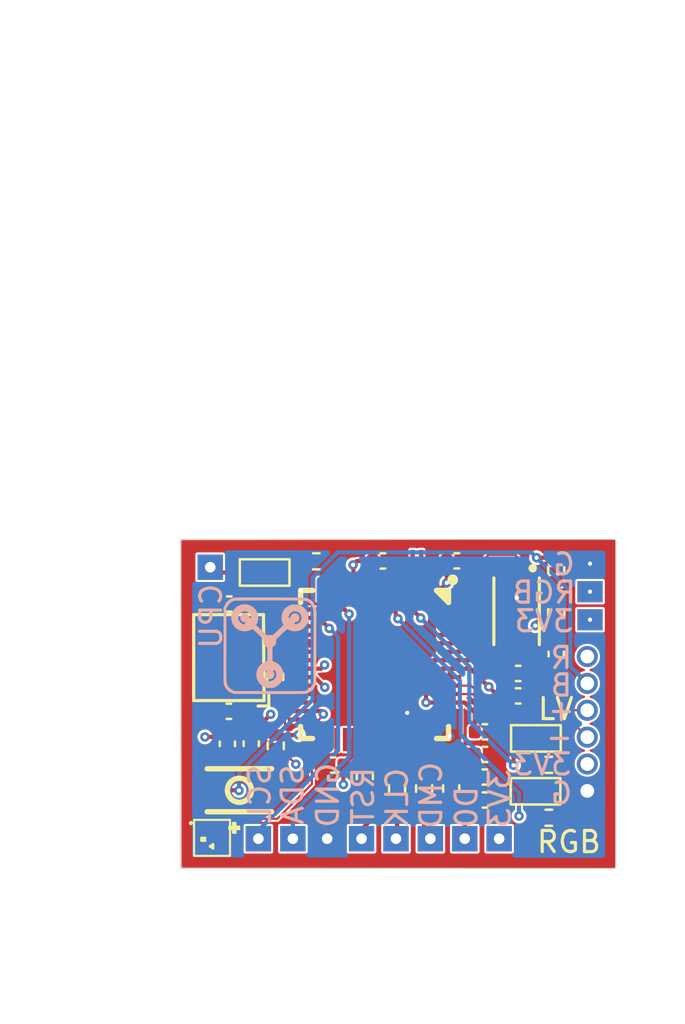
<source format=kicad_pcb>
(kicad_pcb (version 20221018) (generator pcbnew)
  (layers (0 "F.Cu" signal) (1 "In1.Cu" signal "GND.Cu") (2 "In2.Cu" signal "VCC.Cu") (31 "B.Cu" signal) (34 "B.Paste" user) (35 "F.Paste" user) (36 "B.SilkS" user "B.Silkscreen") (37 "F.SilkS" user "F.Silkscreen") (38 "B.Mask" user) (39 "F.Mask" user) (44 "Edge.Cuts" user))
  (net 0 "")
  (net 1 "GND")
  (net 2 "+3V3")
  (net 3 "BOOT")
  (net 4 "RST")
  (net 5 "+1V1")
  (net 6 "D-")
  (net 7 "D+")
  (net 8 "XIN")
  (net 9 "Net-(X1-OSC1)")
  (net 10 "XOUT")
  (net 11 "QSPI_CS")
  (net 12 "SW_CPU_LOWV")
  (net 13 "Net-(JP2-B)")
  (net 20 "LED_DATA")
  (net 23 "QSPI_SD3")
  (net 24 "QSPI_SCK")
  (net 25 "QSPI_SD0")
  (net 26 "QSPI_SD2")
  (net 27 "QSPI_SD1")
  (net 28 "NS_RST")
  (net 29 "NS_CLK")
  (net 30 "NS_CMD")
  (net 31 "NS_D0")
  (net 32 "DBG_CLK")
  (net 33 "DBG_DAT")
  (net 34 "BOARD_DET")
  (net 35 "Net-(U1-GPIO27_ADC1)")
  (net 36 "Net-(U1-GPIO28_ADC2)")
  (net 37 "Net-(U1-GPIO29_ADC3)")
  (net 38 "NS_CPU")
  (net 39 "NS_SDA")
  (net 40 "NS_SCL")
  (net 49 "Net-(JP1-B)")
  (net 52 "SW_I2C_LEDS")
  (net 53 "Net-(JP3-B)")
  (net 54 "FLY_IO0")
  (net 55 "FLY_IO1")
  (footprint "kicad_lceda:SolderJumper-2_P1.3mm_Open_TrianglePad1.0x1.5mm_Sm" (layer "F.Cu") (at 89.795 58.81)
    (fp_text reference "JP2" hide)
    (fp_text value "Jumper_2_Open")
  )
  (footprint "kicad_lceda:TH_Pads_1x1_P1.20mml" (layer "F.Cu") (at 76.7875 63.55)
    (fp_text reference "J7" hide)
    (fp_text value "Conn_01x01")
  )
  (footprint "Capacitor_SMD:C_0402_1005Metric" (layer "F.Cu") (at 75.41 52.46)
    (fp_text reference "C3" hide)
    (fp_text value "27pF,50V,C0G ")
  )
  (footprint "Resistor_SMD:R_0402_1005Metric" (layer "F.Cu") (at 83.35 61.18 -90)
    (fp_text reference "R9" hide)
    (fp_text value "47")
  )
  (footprint "kicad_lceda:LQFN-56_L7.0-W7.0-P0.4-EP" (layer "F.Cu") (at 82.285 55.315 -90)
    (fp_text reference "U1" hide)
    (fp_text value "RP2040")
  )
  (footprint "kicad_lceda:USON-8_L3.0-W2.0-P0.50-BL-EP" (layer "F.Cu") (at 89.005 52.8025 180)
    (fp_text reference "U2" hide)
    (fp_text value "W25Q16JVUXIQ")
  )
  (footprint "kicad_lceda:ProgPins_1x06_P1.27mm" (layer "F.Cu") (at 92.35 54.94)
    (fp_text reference "J8" hide)
    (fp_text value "Conn_01x06")
  )
  (footprint "kicad_lceda:TH_Pads_1x1_P1.20mml" (layer "F.Cu") (at 74.51 50.72 90)
    (fp_text reference "J1" hide)
    (fp_text value "Conn_01x01")
  )
  (footprint "Capacitor_SMD:C_0402_1005Metric" (layer "F.Cu") (at 82.68 50.425)
    (fp_text reference "C12" hide)
    (fp_text value "100nF,16V,X7R ")
  )
  (footprint "Capacitor_SMD:C_0402_1005Metric" (layer "F.Cu") (at 87.505 58.5)
    (fp_text reference "C5" hide)
    (fp_text value "1uF,25V,X5R ")
  )
  (footprint "Resistor_SMD:R_0402_1005Metric" (layer "F.Cu") (at 77.61 59.16 90)
    (fp_text reference "R2" hide)
    (fp_text value "10k")
  )
  (footprint "Resistor_SMD:R_0402_1005Metric" (layer "F.Cu") (at 90.53 62.56 180)
    (fp_text reference "R7" hide)
    (fp_text value "10k")
  )
  (footprint "kicad_lceda:TH_Pads_1x1_P1.20mml" (layer "F.Cu") (at 84.925 63.55 90)
    (fp_text reference "J4" hide)
    (fp_text value "Conn_01x01")
  )
  (footprint "Resistor_SMD:R_0402_1005Metric" (layer "F.Cu") (at 79.53 50.44)
    (fp_text reference "R12" hide)
    (fp_text value "10k")
  )
  (footprint "Capacitor_SMD:C_0402_1005Metric" (layer "F.Cu") (at 80.33 60.07 180)
    (fp_text reference "C7" hide)
    (fp_text value "100nF,16V,X7R ")
  )
  (footprint "Capacitor_SMD:C_0402_1005Metric" (layer "F.Cu") (at 90.88 54.82 -90)
    (fp_text reference "C14" hide)
    (fp_text value "100nF,16V,X7R ")
  )
  (footprint "Capacitor_SMD:C_0402_1005Metric" (layer "F.Cu") (at 89.08 55.74)
    (fp_text reference "C2" hide)
    (fp_text value "100nF,16V,X7R ")
  )
  (footprint "kicad_lceda:TH_Pads_1x1_P1.20mml" (layer "F.Cu") (at 81.67 63.55 90)
    (fp_text reference "J2" hide)
    (fp_text value "Conn_01x01")
  )
  (footprint "kicad_lceda:Pad_0.2x1mm" (layer "F.Cu") (at 84.49 50.4)
    (fp_text reference "J14" hide)
    (fp_text value "Conn_01x01")
  )
  (footprint "kicad_lceda:TH_Pads_1x1_P1.20mml" (layer "F.Cu") (at 78.42 63.55 -90)
    (fp_text reference "J6" hide)
    (fp_text value "Conn_01x01")
  )
  (footprint "kicad_lceda:TH_Pads_1x1_P1.20mml" (layer "F.Cu") (at 86.5525 63.55)
    (fp_text reference "J5" hide)
    (fp_text value "Conn_01x01")
  )
  (footprint "Capacitor_SMD:C_0402_1005Metric" (layer "F.Cu") (at 76.45 59.06 -90)
    (fp_text reference "C4" hide)
    (fp_text value "100nF,16V,X7R ")
  )
  (footprint "Resistor_SMD:R_0402_1005Metric" (layer "F.Cu") (at 81.825 60.58 -90)
    (fp_text reference "R3" hide)
    (fp_text value "10k")
  )
  (footprint "Resistor_SMD:R_0402_1005Metric" (layer "F.Cu") (at 85.91 61.18 -90)
    (fp_text reference "R11" hide)
    (fp_text value "47")
  )
  (footprint "kicad_lceda:SolderJumper-2_P1.3mm_Open_TrianglePad1.0x1.5mm_Sm" (layer "F.Cu") (at 89.775 61.31)
    (fp_text reference "JP3" hide)
    (fp_text value "Jumper_2_Open")
  )
  (footprint "Capacitor_SMD:C_0402_1005Metric" (layer "F.Cu") (at 86.18 50.42)
    (fp_text reference "C11" hide)
    (fp_text value "100nF,16V,X7R ")
  )
  (footprint "Capacitor_SMD:C_0402_1005Metric" (layer "F.Cu") (at 87.51 61.72)
    (fp_text reference "C8" hide)
    (fp_text value "100nF,16V,X7R ")
  )
  (footprint "kicad_lceda:TH_Pads_1.2x1_P1.20mml" (layer "F.Cu") (at 92.48 51.875 180)
    (fp_text reference "J13" hide)
    (fp_text value "Conn_01x01")
  )
  (footprint "kicad_lceda:TH_Pads_1x1_P1.20mml" (layer "F.Cu") (at 80.0425 63.55)
    (fp_text reference "J9" hide)
    (fp_text value "Conn_01x01")
  )
  (footprint "kicad_lceda:TH_Pads_1x1_P1.20mml" (layer "F.Cu") (at 83.2975 63.55 90)
    (fp_text reference "J3" hide)
    (fp_text value "Conn_01x01")
  )
  (footprint "kicad_lceda:TH_Pads_1x1_P1.20mml" (layer "F.Cu") (at 88.18 63.55)
    (fp_text reference "J10" hide)
    (fp_text value "Conn_01x01")
  )
  (footprint "kicad_lceda:KEY-SMD_L3.0-W2.0-LS3.5" (layer "F.Cu") (at 75.89 61.26)
    (fp_text reference "SW1" hide)
    (fp_text value "EVPAWED40")
  )
  (footprint "Capacitor_SMD:C_0402_1005Metric" (layer "F.Cu") (at 87.505 60.635)
    (fp_text reference "C9" hide)
    (fp_text value "100nF,16V,X7R ")
  )
  (footprint "Resistor_SMD:R_0402_1005Metric" (layer "F.Cu") (at 77.58 55.9 90)
    (fp_text reference "R1" hide)
    (fp_text value "1k")
  )
  (footprint "kicad_lceda:Pad_0.2x1mm" (layer "F.Cu") (at 84.085 50.4)
    (fp_text reference "J15" hide)
    (fp_text value "Conn_01x01")
  )
  (footprint "kicad_lceda:OSC-SMD_4P-L3.2-W2.5-BL" (layer "F.Cu") (at 75.377 54.993 90)
    (fp_text reference "X1" hide)
    (fp_text value "SMD-3225_4P_12.000MHZ_9PF")
  )
  (footprint "Capacitor_SMD:C_0402_1005Metric" (layer "F.Cu") (at 75.32 59.065 -90)
    (fp_text reference "C13" hide)
    (fp_text value "100nF,16V,X7R ")
  )
  (footprint "Resistor_SMD:R_0402_1005Metric" (layer "F.Cu") (at 90.88 50.87 -90)
    (fp_text reference "R5" hide)
    (fp_text value "1k")
  )
  (footprint "kicad_lceda:TH_Pads_1.2x1_P1.20mml" (layer "F.Cu") (at 92.48 50.55 180)
    (fp_text reference "J12" hide)
    (fp_text value "Conn_01x01")
  )
  (footprint "Capacitor_SMD:C_0402_1005Metric" (layer "F.Cu") (at 89.08 56.8)
    (fp_text reference "C10" hide)
    (fp_text value "100nF,16V,X7R ")
  )
  (footprint "kicad_lceda:TH_Pads_1.2x1_P1.20mml" (layer "F.Cu") (at 92.48 53.2 180)
    (fp_text reference "J11" hide)
    (fp_text value "Conn_01x01")
  )
  (footprint "Resistor_SMD:R_0402_1005Metric" (layer "F.Cu") (at 90.53 60.06 180)
    (fp_text reference "R4" hide)
    (fp_text value "10k")
  )
  (footprint "Capacitor_SMD:C_0402_1005Metric" (layer "F.Cu") (at 87.505 59.5675 180)
    (fp_text reference "C6" hide)
    (fp_text value "1uF,25V,X5R ")
  )
  (footprint "Resistor_SMD:R_0402_1005Metric" (layer "F.Cu") (at 84.63 61.18 -90)
    (fp_text reference "R10" hide)
    (fp_text value "47")
  )
  (footprint "kicad_lceda:LED-SMD_4P-L1.0-W1.0-TL_XL-1010RGBC-WS2812B" (layer "F.Cu") (at 74.595 63.51)
    (fp_text reference "U5" hide)
    (fp_text value "XL-1010RGBC-WS2812B")
  )
  (footprint "Resistor_SMD:R_0402_1005Metric" (layer "F.Cu") (at 90.88 52.855 90)
    (fp_text reference "R6" hide)
    (fp_text value "10k")
  )
  (footprint "kicad_lceda:SolderJumper-2_P1.3mm_Open_TrianglePad1.0x1.5mm_Sm" (layer "F.Cu") (at 76.96 50.97)
    (fp_text reference "JP1" hide)
    (fp_text value "Jumper_2_Open")
  )
  (footprint "Capacitor_SMD:C_0402_1005Metric" (layer "F.Cu") (at 75.39 57.53)
    (fp_text reference "C1" hide)
    (fp_text value "27pF,50V,C0G ")
  )
  (gr_poly locked (pts (xy 77.385269 52.155369) (xy 78.234195 52.158347) (xy 78.52337 52.160456) (xy 78.738172 52.163309) (xy 78.821392 52.165093) (xy 78.890467 52.167155) (xy 78.946882 52.169528) (xy 78.992119 52.172241) (xy 79.027662 52.175326) (xy 79.054993 52.178815) (xy 79.075595 52.182737) (xy 79.090953 52.187125) (xy 79.127834 52.200544) (xy 79.163668 52.216263) (xy 79.198361 52.234184) (xy 79.231815 52.254208) (xy 79.263937 52.276237) (xy 79.294629 52.300173) (xy 79.323797 52.325918) (xy 79.351345 52.353373) (xy 79.377178 52.38244) (xy 79.401199 52.413022) (xy 79.423313 52.445019) (xy 79.443424 52.478335) (xy 79.461438 52.512869) (xy 79.477258 52.548525) (xy 79.490789 52.585205) (xy 79.501935 52.622809) (xy 79.51081 52.666079) (xy 79.517701 52.732168) (xy 79.526192 52.994983) (xy 79.52873 53.53561) (xy 79.526637 54.478406) (xy 79.52134 56.224656) (xy 79.471963 56.33049) (xy 79.455742 56.362938) (xy 79.438184 56.394121) (xy 79.419319 56.424012) (xy 79.399176 56.452586) (xy 79.377781 56.479817) (xy 79.355165 56.505678) (xy 79.331355 56.530144) (xy 79.306379 56.553189) (xy 79.280267 56.574787) (xy 79.253046 56.594912) (xy 79.224745 56.613539) (xy 79.195392 56.630641) (xy 79.165017 56.646192) (xy 79.133646 56.660167) (xy 79.101309 56.67254) (xy 79.068034 56.683284) (xy 79.028457 56.691504) (xy 78.964075 56.697779) (xy 78.705996 56.705327) (xy 78.183996 56.707583) (xy 77.288272 56.706203) (xy 75.605506 56.700906) (xy 75.50497 56.651529) (xy 75.480593 56.638915) (xy 75.456467 56.624947) (xy 75.432676 56.609718) (xy 75.409307 56.593322) (xy 75.386445 56.57585) (xy 75.364174 56.557397) (xy 75.34258 56.538055) (xy 75.321749 56.517917) (xy 75.301765 56.497076) (xy 75.282713 56.475626) (xy 75.26468 56.453659) (xy 75.24775 56.431268) (xy 75.232008 56.408546) (xy 75.21754 56.385586) (xy 75.204431 56.362482) (xy 75.192767 56.339326) (xy 75.146904 56.242304) (xy 75.146904 55.281228) (xy 75.262949 55.281228) (xy 75.263104 55.496564) (xy 75.264004 55.677814) (xy 75.264791 55.756702) (xy 75.265834 55.828322) (xy 75.267156 55.893092) (xy 75.26878 55.951431) (xy 75.27073 56.003756) (xy 75.273028 56.050485) (xy 75.275699 56.092036) (xy 75.278765 56.128827) (xy 75.282249 56.161276) (xy 75.286176 56.189801) (xy 75.290567 56.214819) (xy 75.295447 56.236749) (xy 75.300838 56.256009) (xy 75.306764 56.273016) (xy 75.313249 56.288188) (xy 75.320314 56.301944) (xy 75.327984 56.314702) (xy 75.336282 56.326878) (xy 75.345232 56.338892) (xy 75.354855 56.351161) (xy 75.376218 56.378135) (xy 75.383177 56.387122) (xy 75.390801 56.396205) (xy 75.399049 56.405354) (xy 75.407883 56.414543) (xy 75.417265 56.423741) (xy 75.427156 56.432922) (xy 75.437517 56.442056) (xy 75.448309 56.451115) (xy 75.459495 56.460071) (xy 75.471034 56.468895) (xy 75.482888 56.477559) (xy 75.49502 56.486034) (xy 75.507389 56.494292) (xy 75.519957 56.502305) (xy 75.532686 56.510044) (xy 75.545536 56.517481) (xy 75.658423 56.577451) (xy 78.992173 56.577451) (xy 79.075088 56.538642) (xy 79.096899 56.528013) (xy 79.11861 56.516038) (xy 79.140118 56.502818) (xy 79.161324 56.488452) (xy 79.182127 56.473043) (xy 79.202426 56.45669) (xy 79.22212 56.439495) (xy 79.241109 56.421559) (xy 79.259292 56.402981) (xy 79.276567 56.383864) (xy 79.292836 56.364307) (xy 79.307995 56.344413) (xy 79.321946 56.32428) (xy 79.334587 56.304011) (xy 79.345817 56.283705) (xy 79.355536 56.263465) (xy 79.397885 56.171739) (xy 79.403156 54.471352) (xy 79.404509 53.56193) (xy 79.403875 53.257939) (xy 79.402063 53.035327) (xy 79.400644 52.950062) (xy 79.398845 52.87977) (xy 79.396638 52.822661) (xy 79.393994 52.776944) (xy 79.390885 52.740829) (xy 79.387282 52.712524) (xy 79.383157 52.69024) (xy 79.378481 52.672185) (xy 79.368379 52.639967) (xy 79.356625 52.60882) (xy 79.343258 52.578785) (xy 79.32832 52.549899) (xy 79.311852 52.522202) (xy 79.293896 52.495733) (xy 79.274493 52.470529) (xy 79.253684 52.446631) (xy 79.231512 52.424076) (xy 79.208016 52.402903) (xy 79.183239 52.383152) (xy 79.157221 52.36486) (xy 79.130005 52.348067) (xy 79.101631 52.332811) (xy 79.072141 52.319131) (xy 79.041576 52.307066) (xy 79.007349 52.30051) (xy 78.939739 52.295299) (xy 78.668735 52.28833) (xy 78.157291 52.285) (xy 77.334135 52.284147) (xy 76.694145 52.286104) (xy 76.163129 52.289217) (xy 75.796485 52.293322) (xy 75.692115 52.295695) (xy 75.649612 52.298255) (xy 75.622245 52.307453) (xy 75.595704 52.317846) (xy 75.56999 52.329433) (xy 75.545103 52.342211) (xy 75.521043 52.356178) (xy 75.497809 52.37133) (xy 75.475403 52.387665) (xy 75.453823 52.405181) (xy 75.43307 52.423875) (xy 75.413144 52.443745) (xy 75.394045 52.464789) (xy 75.375773 52.487002) (xy 75.358327 52.510384) (xy 75.341708 52.534932) (xy 75.325916 52.560643) (xy 75.310951 52.587514) (xy 75.270385 52.661618) (xy 75.265088 54.397274) (xy 75.263352 55.028464) (xy 75.262949 55.281228) (xy 75.146904 55.281228) (xy 75.146904 52.626323) (xy 75.205118 52.508139) (xy 75.223253 52.473483) (xy 75.243213 52.440326) (xy 75.264919 52.408719) (xy 75.288294 52.378714) (xy 75.313261 52.350363) (xy 75.339742 52.323718) (xy 75.367659 52.298829) (xy 75.396935 52.27575) (xy 75.427493 52.25453) (xy 75.459255 52.235223) (xy 75.492144 52.217879) (xy 75.526082 52.202551) (xy 75.560991 52.189289) (xy 75.596794 52.178146) (xy 75.633415 52.169174) (xy 75.670774 52.162423) (xy 75.83374 52.157849) (xy 76.211183 52.154928)) (stroke (width 0.013229)) (fill solid) (layer "B.SilkS"))
  (gr_poly locked (pts (xy 76.187822 52.478451) (xy 76.205927 52.479714) (xy 76.223929 52.481483) (xy 76.241811 52.483759) (xy 76.259552 52.486546) (xy 76.277132 52.489847) (xy 76.294533 52.493665) (xy 76.311735 52.498004) (xy 76.328718 52.502868) (xy 76.36163 52.513692) (xy 76.393538 52.526274) (xy 76.424409 52.540541) (xy 76.454209 52.556422) (xy 76.482906 52.573843) (xy 76.510466 52.592734) (xy 76.536857 52.613022) (xy 76.562047 52.634635) (xy 76.586001 52.657502) (xy 76.608687 52.681549) (xy 76.630072 52.706706) (xy 76.650123 52.732899) (xy 76.668807 52.760058) (xy 76.686092 52.78811) (xy 76.701944 52.816982) (xy 76.71633 52.846604) (xy 76.729217 52.876903) (xy 76.740573 52.907806) (xy 76.750365 52.939243) (xy 76.758559 52.97114) (xy 76.765123 53.003426) (xy 76.770023 53.036029) (xy 76.773227 53.068877) (xy 76.774702 53.101898) (xy 76.774415 53.13502) (xy 76.772332 53.16817) (xy 76.768422 53.201277) (xy 76.76265 53.234269) (xy 76.754985 53.267073) (xy 76.745393 53.299618) (xy 76.733841 53.331832) (xy 76.720296 53.363642) (xy 76.67619 53.462421) (xy 76.757323 53.534743) (xy 76.802909 53.576136) (xy 76.865363 53.634393) (xy 76.936415 53.70191) (xy 77.007798 53.771085) (xy 77.175385 53.931618) (xy 77.485831 53.931618) (xy 77.732767 53.693493) (xy 77.979703 53.455368) (xy 77.932083 53.342481) (xy 77.919056 53.308701) (xy 77.913637 53.293432) (xy 77.908902 53.278952) (xy 77.904819 53.265039) (xy 77.901353 53.251476) (xy 77.898472 53.238041) (xy 77.896141 53.224516) (xy 77.894326 53.210681) (xy 77.892995 53.196316) (xy 77.892113 53.181203) (xy 77.891648 53.16512) (xy 77.891565 53.147849) (xy 77.89183 53.129169) (xy 77.893274 53.086708) (xy 77.893356 53.085549) (xy 78.207819 53.085549) (xy 78.207906 53.089406) (xy 78.208175 53.092998) (xy 78.208629 53.096313) (xy 78.209269 53.099337) (xy 78.210097 53.102056) (xy 78.211116 53.104456) (xy 78.212329 53.106524) (xy 78.213737 53.108247) (xy 78.215342 53.10961) (xy 78.217148 53.110601) (xy 78.219155 53.111205) (xy 78.221367 53.111409) (xy 78.224727 53.111646) (xy 78.229388 53.112316) (xy 78.235165 53.113358) (xy 78.241873 53.114709) (xy 78.257334 53.118094) (xy 78.274284 53.121977) (xy 78.279952 53.123463) (xy 78.285068 53.124602) (xy 78.289656 53.12538) (xy 78.29176 53.125628) (xy 78.293743 53.125781) (xy 78.295606 53.125834) (xy 78.297354 53.125788) (xy 78.29899 53.12564) (xy 78.300516 53.125388) (xy 78.301937 53.12503) (xy 78.303255 53.124564) (xy 78.304473 53.123988) (xy 78.305595 53.1233) (xy 78.306624 53.122499) (xy 78.307563 53.121582) (xy 78.308416 53.120547) (xy 78.309185 53.119393) (xy 78.309875 53.118118) (xy 78.310487 53.116719) (xy 78.311026 53.115195) (xy 78.311494 53.113544) (xy 78.311895 53.111763) (xy 78.312232 53.109851) (xy 78.312509 53.107807) (xy 78.312728 53.105627) (xy 78.313006 53.100854) (xy 78.313093 53.095519) (xy 78.313421 53.08484) (xy 78.31439 53.074311) (xy 78.315982 53.063947) (xy 78.318178 53.053764) (xy 78.320957 53.043777) (xy 78.324301 53.034003) (xy 78.32819 53.024455) (xy 78.332605 53.015151) (xy 78.337527 53.006105) (xy 78.342935 52.997332) (xy 78.348811 52.988849) (xy 78.355136 52.980671) (xy 78.361889 52.972814) (xy 78.369052 52.965292) (xy 78.376604 52.958122) (xy 78.384528 52.951318) (xy 78.392803 52.944897) (xy 78.40141 52.938874) (xy 78.41033 52.933264) (xy 78.419543 52.928084) (xy 78.42903 52.923347) (xy 78.438771 52.919071) (xy 78.448748 52.91527) (xy 78.45894 52.91196) (xy 78.469329 52.909156) (xy 78.479895 52.906874) (xy 78.490618 52.90513) (xy 78.50148 52.903939) (xy 78.51246 52.903316) (xy 78.52354 52.903277) (xy 78.5347 52.903838) (xy 78.545921 52.905014) (xy 78.567553 52.908861) (xy 78.587799 52.914377) (xy 78.60666 52.921454) (xy 78.624135 52.929981) (xy 78.640223 52.939851) (xy 78.654925 52.950955) (xy 78.66824 52.963183) (xy 78.680168 52.976427) (xy 78.690708 52.990578) (xy 78.69986 53.005527) (xy 78.707624 53.021166) (xy 78.714 53.037385) (xy 78.718987 53.054075) (xy 78.722584 53.071129) (xy 78.724792 53.088436) (xy 78.725611 53.105888) (xy 78.725039 53.123376) (xy 78.723077 53.140792) (xy 78.719724 53.158026) (xy 78.71498 53.174969) (xy 78.708845 53.191514) (xy 78.701318 53.20755) (xy 78.692399 53.22297) (xy 78.682088 53.237663) (xy 78.670384 53.251522) (xy 78.657287 53.264438) (xy 78.642797 53.276301) (xy 78.626913 53.287003) (xy 78.609635 53.296435) (xy 78.590963 53.304488) (xy 78.570897 53.311053) (xy 78.549435 53.316022) (xy 78.543787 53.317076) (xy 78.538418 53.318254) (xy 78.533327 53.319555) (xy 78.528514 53.320979) (xy 78.523979 53.322526) (xy 78.519722 53.324196) (xy 78.515741 53.325987) (xy 78.512038 53.3279) (xy 78.508611 53.329935) (xy 78.505461 53.33209) (xy 78.502586 53.334367) (xy 78.499986 53.336764) (xy 78.497662 53.339281) (xy 78.495613 53.341918) (xy 78.493838 53.344674) (xy 78.492338 53.34755) (xy 78.491111 53.350544) (xy 78.490158 53.353657) (xy 78.489479 53.356888) (xy 78.489072 53.360237) (xy 78.488938 53.363704) (xy 78.489075 53.367288) (xy 78.489485 53.370989) (xy 78.490167 53.374806) (xy 78.491119 53.37874) (xy 78.492343 53.38279) (xy 78.493837 53.386955) (xy 78.495602 53.391236) (xy 78.497636 53.395631) (xy 78.49994 53.400142) (xy 78.502513 53.404766) (xy 78.505355 53.409505) (xy 78.508012 53.413246) (xy 78.510736 53.416533) (xy 78.513594 53.419365) (xy 78.516654 53.421743) (xy 78.519982 53.423665) (xy 78.523646 53.425133) (xy 78.527713 53.426147) (xy 78.53225 53.426705) (xy 78.537325 53.426809) (xy 78.543004 53.426458) (xy 78.549356 53.425653) (xy 78.556446 53.424392) (xy 78.564342 53.422677) (xy 78.573112 53.420507) (xy 78.582823 53.417882) (xy 78.593541 53.414802) (xy 78.620012 53.405697) (xy 78.645149 53.394965) (xy 78.668902 53.382672) (xy 78.691219 53.368885) (xy 78.712047 53.353672) (xy 78.731336 53.3371) (xy 78.749033 53.319236) (xy 78.765086 53.300147) (xy 78.779445 53.279901) (xy 78.792057 53.258564) (xy 78.802871 53.236204) (xy 78.807587 53.224662) (xy 78.811834 53.212889) (xy 78.815606 53.200893) (xy 78.818896 53.188684) (xy 78.821697 53.176269) (xy 78.824004 53.163658) (xy 78.825809 53.150858) (xy 78.827106 53.137877) (xy 78.82789 53.124725) (xy 78.828152 53.111409) (xy 78.827726 53.094357) (xy 78.826464 53.077608) (xy 78.824389 53.061178) (xy 78.821525 53.045084) (xy 78.817896 53.029341) (xy 78.813524 53.013966) (xy 78.808435 52.998975) (xy 78.80265 52.984385) (xy 78.796194 52.970211) (xy 78.789091 52.956471) (xy 78.781363 52.94318) (xy 78.773035 52.930355) (xy 78.764129 52.918012) (xy 78.754671 52.906167) (xy 78.744682 52.894837) (xy 78.734188 52.884037) (xy 78.72321 52.873785) (xy 78.711773 52.864096) (xy 78.699901 52.854986) (xy 78.687617 52.846473) (xy 78.674944 52.838572) (xy 78.661907 52.831299) (xy 78.648528 52.824671) (xy 78.634831 52.818705) (xy 78.62084 52.813415) (xy 78.606579 52.80882) (xy 78.59207 52.804934) (xy 78.577338 52.801775) (xy 78.562406 52.799358) (xy 78.547298 52.7977) (xy 78.532037 52.796817) (xy 78.516647 52.796726) (xy 78.509506 52.796955) (xy 78.502346 52.797358) (xy 78.495168 52.797936) (xy 78.487974 52.79869) (xy 78.480767 52.799624) (xy 78.47355 52.800737) (xy 78.466323 52.802032) (xy 78.459091 52.80351) (xy 78.451854 52.805173) (xy 78.444616 52.807022) (xy 78.437378 52.80906) (xy 78.430143 52.811287) (xy 78.422914 52.813705) (xy 78.415692 52.816317) (xy 78.408479 52.819123) (xy 78.401279 52.822125) (xy 78.386842 52.82877) (xy 78.373257 52.835516) (xy 78.360468 52.842422) (xy 78.348419 52.849548) (xy 78.337051 52.856953) (xy 78.326309 52.864696) (xy 78.316135 52.872838) (xy 78.306473 52.881436) (xy 78.297266 52.890552) (xy 78.288457 52.900243) (xy 78.279989 52.910571) (xy 78.271804 52.921593) (xy 78.263848 52.93337) (xy 78.256061 52.94596) (xy 78.248388 52.959424) (xy 78.240772 52.973821) (xy 78.23476 52.986412) (xy 78.229303 52.998977) (xy 78.22442 53.011408) (xy 78.220129 53.023596) (xy 78.216447 53.035433) (xy 78.213393 53.04681) (xy 78.210986 53.057619) (xy 78.209242 53.067751) (xy 78.208624 53.072529) (xy 78.20818 53.077097) (xy 78.207911 53.081441) (xy 78.207819 53.085549) (xy 77.893356 53.085549) (xy 77.896536 53.040493) (xy 77.899122 53.017952) (xy 77.902341 52.995792) (xy 77.90619 52.974018) (xy 77.910668 52.952631) (xy 77.91577 52.931637) (xy 77.921495 52.911036) (xy 77.92784 52.890834) (xy 77.934803 52.871033) (xy 77.942381 52.851636) (xy 77.950571 52.832647) (xy 77.95937 52.814069) (xy 77.968777 52.795905) (xy 77.978789 52.778158) (xy 77.989403 52.760831) (xy 78.000616 52.743929) (xy 78.012425 52.727453) (xy 78.02483 52.711408) (xy 78.037826 52.695795) (xy 78.051411 52.68062) (xy 78.065582 52.665885) (xy 78.080338 52.651592) (xy 78.095674 52.637746) (xy 78.11159 52.62435) (xy 78.128082 52.611406) (xy 78.145148 52.598918) (xy 78.162784 52.58689) (xy 78.180989 52.575324) (xy 78.19976 52.564224) (xy 78.219094 52.553593) (xy 78.238989 52.543434) (xy 78.275866 52.525739) (xy 78.292166 52.518411) (xy 78.307453 52.512014) (xy 78.322038 52.506484) (xy 78.33623 52.50176) (xy 78.35034 52.497781) (xy 78.364677 52.494483) (xy 78.379551 52.491806) (xy 78.395273 52.489687) (xy 78.412152 52.488064) (xy 78.430499 52.486875) (xy 78.450623 52.486058) (xy 78.472834 52.485551) (xy 78.52476 52.48522) (xy 78.561452 52.485629) (xy 78.595632 52.486922) (xy 78.62756 52.489196) (xy 78.657492 52.49255) (xy 78.685688 52.497082) (xy 78.712407 52.502891) (xy 78.737906 52.510074) (xy 78.762443 52.51873) (xy 78.786278 52.528957) (xy 78.809668 52.540853) (xy 78.832873 52.554516) (xy 78.856149 52.570045) (xy 78.879757 52.587538) (xy 78.903953 52.607092) (xy 78.928997 52.628808) (xy 78.955147 52.652781) (xy 78.979999 52.677291) (xy 79.002989 52.701933) (xy 79.024153 52.726797) (xy 79.043532 52.751975) (xy 79.061164 52.777555) (xy 79.077088 52.80363) (xy 79.091343 52.830288) (xy 79.103968 52.857621) (xy 79.115 52.885719) (xy 79.12448 52.914672) (xy 79.132446 52.94457) (xy 79.138937 52.975504) (xy 79.143991 53.007565) (xy 79.147648 53.040843) (xy 79.149945 53.075427) (xy 79.150923 53.111409) (xy 79.150596 53.157074) (xy 79.150099 53.17685) (xy 79.149299 53.194945) (xy 79.148138 53.211623) (xy 79.146556 53.227152) (xy 79.144493 53.241797) (xy 79.14189 53.255824) (xy 79.138688 53.2695) (xy 79.134827 53.283091) (xy 79.130247 53.296863) (xy 79.12489 53.311081) (xy 79.118695 53.326013) (xy 79.111604 53.341924) (xy 79.103556 53.359081) (xy 79.094492 53.37775) (xy 79.080928 53.403642) (xy 79.066387 53.428722) (xy 79.050906 53.452972) (xy 79.03452 53.476376) (xy 78.99918 53.520579) (xy 78.960656 53.561195) (xy 78.919239 53.598091) (xy 78.875217 53.631131) (xy 78.82888 53.660183) (xy 78.780517 53.68511) (xy 78.730418 53.70578) (xy 78.678872 53.722057) (xy 78.626168 53.733807) (xy 78.572596 53.740896) (xy 78.545575 53.74265) (xy 78.518446 53.743189) (xy 78.491244 53.742495) (xy 78.464006 53.740552) (xy 78.436768 53.737343) (xy 78.409566 53.732851) (xy 78.382437 53.727059) (xy 78.355416 53.719951) (xy 78.333936 53.713622) (xy 78.312228 53.706691) (xy 78.290892 53.699388) (xy 78.270528 53.69194) (xy 78.251734 53.684574) (xy 78.235111 53.677519) (xy 78.227801 53.674179) (xy 78.221258 53.671002) (xy 78.215557 53.668017) (xy 78.210774 53.665252) (xy 78.206418 53.662359) (xy 78.201969 53.65964) (xy 78.197458 53.657101) (xy 78.192917 53.654752) (xy 78.188376 53.652598) (xy 78.183866 53.650649) (xy 78.179418 53.648912) (xy 78.175063 53.647395) (xy 78.170832 53.646105) (xy 78.166756 53.64505) (xy 78.162866 53.644237) (xy 78.159193 53.643676) (xy 78.155768 53.643373) (xy 78.152622 53.643335) (xy 78.149785 53.643572) (xy 78.148493 53.643796) (xy 78.14729 53.64409) (xy 78.143716 53.645952) (xy 78.137716 53.650133) (xy 78.118985 53.664983) (xy 78.092193 53.687688) (xy 78.058434 53.717298) (xy 77.974402 53.793425) (xy 77.875652 53.885755) (xy 77.628691 54.12034) (xy 77.628691 54.215606) (xy 77.628671 54.225711) (xy 77.628289 54.235842) (xy 77.627553 54.245982) (xy 77.626472 54.256117) (xy 77.625056 54.266229) (xy 77.623312 54.276304) (xy 77.621251 54.286325) (xy 77.618881 54.296276) (xy 77.616211 54.306142) (xy 77.613251 54.315908) (xy 77.610009 54.325556) (xy 77.606495 54.335072) (xy 77.598684 54.353641) (xy 77.589892 54.37149) (xy 77.58515 54.380105) (xy 77.58019 54.388491) (xy 77.575021 54.396635) (xy 77.569651 54.404519) (xy 77.56409 54.412127) (xy 77.558347 54.419445) (xy 77.552431 54.426456) (xy 77.546351 54.433144) (xy 77.540115 54.439494) (xy 77.533734 54.445489) (xy 77.527215 54.451115) (xy 77.520569 54.456354) (xy 77.513804 54.461191) (xy 77.506929 54.465611) (xy 77.499953 54.469598) (xy 77.492885 54.473135) (xy 77.448779 54.492514) (xy 77.448779 55.166323) (xy 77.524614 55.189267) (xy 77.544883 55.196315) (xy 77.565884 55.204811) (xy 77.587438 55.21463) (xy 77.609367 55.225648) (xy 77.631492 55.237741) (xy 77.653636 55.250784) (xy 77.67562 55.264655) (xy 77.697265 55.279228) (xy 77.718394 55.29438) (xy 77.738827 55.309987) (xy 77.758387 55.325924) (xy 77.776895 55.342068) (xy 77.794173 55.358295) (xy 77.810043 55.37448) (xy 77.824326 55.3905) (xy 77.836843 55.40623) (xy 77.853674 55.430324) (xy 77.869127 55.454368) (xy 77.883232 55.478437) (xy 77.896016 55.502607) (xy 77.907508 55.526953) (xy 77.917736 55.551549) (xy 77.92673 55.57647) (xy 77.934517 55.601792) (xy 77.941126 55.62759) (xy 77.946584 55.653937) (xy 77.950922 55.68091) (xy 77.954167 55.708584) (xy 77.956347 55.737033) (xy 77.957491 55.766332) (xy 77.957627 55.796556) (xy 77.956784 55.827781) (xy 77.955721 55.850886) (xy 77.954483 55.872061) (xy 77.953017 55.891526) (xy 77.951273 55.909501) (xy 77.949197 55.926204) (xy 77.946739 55.941856) (xy 77.943848 55.956676) (xy 77.94047 55.970883) (xy 77.936555 55.984698) (xy 77.932051 55.99834) (xy 77.926906 56.012028) (xy 77.921068 56.025982) (xy 77.914487 56.040422) (xy 77.907109 56.055567) (xy 77.898884 56.071636) (xy 77.88976 56.08885) (xy 77.876568 56.112852) (xy 77.862771 56.135924) (xy 77.848344 56.158086) (xy 77.833261 56.17936) (xy 77.817495 56.199766) (xy 77.801022 56.219323) (xy 77.783814 56.238055) (xy 77.765848 56.25598) (xy 77.747095 56.273119) (xy 77.727531 56.289494) (xy 77.707131 56.305124) (xy 77.685867 56.320031) (xy 77.663714 56.334236) (xy 77.640647 56.347758) (xy 77.616639 56.360618) (xy 77.591664 56.372838) (xy 77.561843 56.38595) (xy 77.548037 56.391481) (xy 77.534666 56.396375) (xy 77.521501 56.400671) (xy 77.508315 56.404403) (xy 77.49488 56.407608) (xy 77.480971 56.410322) (xy 77.466358 56.412581) (xy 77.450816 56.414422) (xy 77.434116 56.41588) (xy 77.416031 56.416992) (xy 77.374798 56.418322) (xy 77.325298 56.418701) (xy 77.274419 56.418384) (xy 77.25258 56.41791) (xy 77.23278 56.417156) (xy 77.214748 56.416072) (xy 77.198212 56.414606) (xy 77.182901 56.412705) (xy 77.168543 56.410319) (xy 77.154867 56.407395) (xy 77.141603 56.403882) (xy 77.128477 56.399729) (xy 77.11522 56.394883) (xy 77.101559 56.389293) (xy 77.087224 56.382907) (xy 77.071943 56.375674) (xy 77.055444 56.367541) (xy 77.034173 56.355903) (xy 77.012769 56.342892) (xy 76.991351 56.328625) (xy 76.970033 56.31322) (xy 76.948932 56.296791) (xy 76.928165 56.279455) (xy 76.907847 56.261329) (xy 76.888095 56.242528) (xy 76.869025 56.223169) (xy 76.850754 56.203369) (xy 76.833397 56.183243) (xy 76.817071 56.162907) (xy 76.801892 56.142478) (xy 76.787977 56.122073) (xy 76.775442 56.101807) (xy 76.764402 56.081796) (xy 76.750524 56.052459) (xy 76.73831 56.022697) (xy 76.727742 55.992568) (xy 76.718799 55.962134) (xy 76.711461 55.931455) (xy 76.70571 55.90059) (xy 76.701525 55.8696) (xy 76.698887 55.838544) (xy 76.69785 55.809573) (xy 77.024226 55.809573) (xy 77.025436 55.835693) (xy 77.028382 55.860894) (xy 77.033137 55.884734) (xy 77.039774 55.90677) (xy 77.04382 55.916973) (xy 77.048364 55.92656) (xy 77.056537 55.941473) (xy 77.065169 55.955781) (xy 77.074245 55.969479) (xy 77.08375 55.982561) (xy 77.093666 55.995021) (xy 77.103979 56.006855) (xy 77.114673 56.018056) (xy 77.125731 56.028619) (xy 77.137138 56.038539) (xy 77.148878 56.04781) (xy 77.160935 56.056427) (xy 77.173294 56.064384) (xy 77.185938 56.071676) (xy 77.198852 56.078297) (xy 77.21202 56.084241) (xy 77.225426 56.089504) (xy 77.239054 56.094079) (xy 77.252888 56.097962) (xy 77.266913 56.101146) (xy 77.281113 56.103627) (xy 77.295472 56.105398) (xy 77.309973 56.106455) (xy 77.324602 56.106791) (xy 77.339342 56.106402) (xy 77.354178 56.105281) (xy 77.369093 56.103424) (xy 77.384073 56.100824) (xy 77.3991 56.097477) (xy 77.414159 56.093376) (xy 77.429235 56.088517) (xy 77.444312 56.082893) (xy 77.459373 56.0765) (xy 77.473995 56.069368) (xy 77.48809 56.061553) (xy 77.501644 56.053083) (xy 77.514648 56.043988) (xy 77.527091 56.034298) (xy 77.538959 56.024041) (xy 77.550243 56.013248) (xy 77.560931 56.001947) (xy 77.571012 55.990168) (xy 77.580474 55.97794) (xy 77.589307 55.965294) (xy 77.597498 55.952257) (xy 77.605037 55.93886) (xy 77.611912 55.925132) (xy 77.618112 55.911102) (xy 77.623626 55.8968) (xy 77.628442 55.882255) (xy 77.632549 55.867497) (xy 77.635936 55.852554) (xy 77.638592 55.837457) (xy 77.640504 55.822234) (xy 77.641663 55.806916) (xy 77.642056 55.791531) (xy 77.641672 55.776109) (xy 77.640501 55.760679) (xy 77.63853 55.745271) (xy 77.635748 55.729914) (xy 77.632145 55.714637) (xy 77.627708 55.699471) (xy 77.622427 55.684443) (xy 77.61629 55.669584) (xy 77.609286 55.654923) (xy 77.604076 55.644576) (xy 77.599178 55.635019) (xy 77.594561 55.626238) (xy 77.590199 55.618215) (xy 77.586062 55.610933) (xy 77.582122 55.604377) (xy 77.578351 55.598531) (xy 77.57652 55.595868) (xy 77.574721 55.593377) (xy 77.572949 55.591054) (xy 77.571202 55.588899) (xy 77.569476 55.586908) (xy 77.567768 55.585081) (xy 77.566073 55.583414) (xy 77.564388 55.581906) (xy 77.56271 55.580555) (xy 77.561036 55.579359) (xy 77.55936 55.578315) (xy 77.557681 55.577422) (xy 77.555995 55.576677) (xy 77.554297 55.576079) (xy 77.552585 55.575625) (xy 77.550855 55.575313) (xy 77.549103 55.575142) (xy 77.547326 55.575109) (xy 77.545155 55.575249) (xy 77.542937 55.575582) (xy 77.540665 55.576104) (xy 77.538333 55.576812) (xy 77.535935 55.577702) (xy 77.533465 55.578771) (xy 77.530917 55.580014) (xy 77.528285 55.581429) (xy 77.525562 55.583012) (xy 77.522742 55.584759) (xy 77.51982 55.586667) (xy 77.516789 55.588732) (xy 77.510375 55.593319) (xy 77.503453 55.598493) (xy 77.46113 55.630222) (xy 77.498156 55.677868) (xy 77.507727 55.691114) (xy 77.515956 55.704688) (xy 77.522877 55.718538) (xy 77.528522 55.73261) (xy 77.532924 55.746849) (xy 77.536116 55.761202) (xy 77.538132 55.775616) (xy 77.539003 55.790038) (xy 77.538764 55.804412) (xy 77.537446 55.818687) (xy 77.535084 55.832808) (xy 77.531709 55.846721) (xy 77.527355 55.860373) (xy 77.522055 55.873711) (xy 77.515841 55.886681) (xy 77.508747 55.899229) (xy 77.500805 55.911301) (xy 77.492049 55.922844) (xy 77.482511 55.933805) (xy 77.472225 55.944129) (xy 77.461223 55.953764) (xy 77.449538 55.962655) (xy 77.437203 55.970749) (xy 77.424251 55.977993) (xy 77.410715 55.984332) (xy 77.396628 55.989713) (xy 77.382023 55.994082) (xy 77.366933 55.997387) (xy 77.351391 55.999573) (xy 77.335429 56.000586) (xy 77.319081 56.000374) (xy 77.30238 55.998882) (xy 77.287427 55.996368) (xy 77.27301 55.992828) (xy 77.259144 55.988309) (xy 77.245849 55.982862) (xy 77.233141 55.976533) (xy 77.22104 55.969371) (xy 77.209561 55.961426) (xy 77.198723 55.952744) (xy 77.188545 55.943375) (xy 77.179043 55.933368) (xy 77.170235 55.92277) (xy 77.16214 55.911629) (xy 77.154774 55.899996) (xy 77.148156 55.887917) (xy 77.142304 55.875442) (xy 77.137235 55.862619) (xy 77.132967 55.849495) (xy 77.129517 55.836121) (xy 77.126904 55.822544) (xy 77.125146 55.808812) (xy 77.124259 55.794975) (xy 77.124262 55.78108) (xy 77.125173 55.767176) (xy 77.127009 55.753311) (xy 77.129788 55.739534) (xy 77.133528 55.725894) (xy 77.138247 55.712438) (xy 77.143962 55.699215) (xy 77.150691 55.686274) (xy 77.158453 55.673664) (xy 77.167263 55.661432) (xy 77.177142 55.649626) (xy 77.18148 55.644614) (xy 77.185224 55.640122) (xy 77.188357 55.63609) (xy 77.189691 55.634228) (xy 77.190866 55.632459) (xy 77.19188 55.630775) (xy 77.192733 55.629169) (xy 77.193421 55.627634) (xy 77.193944 55.626161) (xy 77.194298 55.624744) (xy 77.194483 55.623375) (xy 77.194496 55.622047) (xy 77.194335 55.620752) (xy 77.193998 55.619483) (xy 77.193484 55.618233) (xy 77.19279 55.616993) (xy 77.191914 55.615757) (xy 77.190855 55.614517) (xy 77.189611 55.613266) (xy 77.18818 55.611995) (xy 77.186559 55.610699) (xy 77.184747 55.609369) (xy 77.182742 55.607998) (xy 77.178145 55.605103) (xy 77.172752 55.601954) (xy 77.166548 55.598493) (xy 77.162502 55.596571) (xy 77.158325 55.594782) (xy 77.15405 55.593132) (xy 77.14971 55.591628) (xy 77.145339 55.59028) (xy 77.140971 55.589095) (xy 77.136639 55.58808) (xy 77.132377 55.587243) (xy 77.128218 55.586592) (xy 77.124197 55.586135) (xy 77.120345 55.58588) (xy 77.116698 55.585834) (xy 77.113288 55.586005) (xy 77.11015 55.586401) (xy 77.107316 55.58703) (xy 77.106024 55.587434) (xy 77.104821 55.587899) (xy 77.098151 55.590918) (xy 77.091707 55.594977) (xy 77.085498 55.600022) (xy 77.079533 55.605996) (xy 77.073822 55.612845) (xy 77.068372 55.620513) (xy 77.058296 55.638086) (xy 77.049378 55.658275) (xy 77.041689 55.680636) (xy 77.035302 55.704728) (xy 77.03029 55.73011) (xy 77.026725 55.756339) (xy 77.02468 55.782974) (xy 77.024226 55.809573) (xy 76.69785 55.809573) (xy 76.697775 55.807484) (xy 76.698171 55.776478) (xy 76.700055 55.745587) (xy 76.703406 55.714872) (xy 76.708206 55.684391) (xy 76.714434 55.654206) (xy 76.722071 55.624375) (xy 76.731097 55.594961) (xy 76.741493 55.566021) (xy 76.753238 55.537617) (xy 76.766313 55.509809) (xy 76.780699 55.482656) (xy 76.796375 55.45622) (xy 76.813322 55.430558) (xy 76.83152 55.405733) (xy 76.850951 55.381804) (xy 76.871592 55.358831) (xy 76.893427 55.336873) (xy 76.916433 55.315992) (xy 76.940593 55.296248) (xy 76.965885 55.277699) (xy 76.992291 55.260407) (xy 77.019791 55.244432) (xy 77.048364 55.229833) (xy 77.093236 55.209026) (xy 77.134803 55.19037) (xy 77.1529 55.18252) (xy 77.168433 55.176014) (xy 77.180824 55.17112) (xy 77.189492 55.168105) (xy 77.194189 55.166127) (xy 77.198377 55.163271) (xy 77.202083 55.159201) (xy 77.205338 55.153578) (xy 77.208168 55.146064) (xy 77.210603 55.136319) (xy 77.212671 55.124006) (xy 77.214401 55.108786) (xy 77.216958 55.068272) (xy 77.218502 55.012069) (xy 77.219262 54.937471) (xy 77.219465 54.841769) (xy 77.219465 54.524269) (xy 77.133036 54.43784) (xy 77.120396 54.425048) (xy 77.108896 54.413057) (xy 77.098476 54.401758) (xy 77.089076 54.391044) (xy 77.080638 54.380806) (xy 77.073101 54.370934) (xy 77.066407 54.361321) (xy 77.060495 54.351858) (xy 77.055307 54.342436) (xy 77.050783 54.332947) (xy 77.046864 54.323283) (xy 77.04349 54.313333) (xy 77.040601 54.302991) (xy 77.038139 54.292148) (xy 77.036044 54.280694) (xy 77.034257 54.268522) (xy 77.032996 54.260222) (xy 77.031863 54.251893) (xy 77.029987 54.235367) (xy 77.028649 54.219378) (xy 77.028188 54.211721) (xy 77.027869 54.204361) (xy 77.027695 54.197352) (xy 77.027669 54.190749) (xy 77.027792 54.184606) (xy 77.028067 54.178977) (xy 77.028497 54.173917) (xy 77.029085 54.169479) (xy 77.029832 54.165718) (xy 77.030742 54.162689) (xy 77.031177 54.160849) (xy 77.031158 54.158639) (xy 77.029764 54.153108) (xy 77.026572 54.146105) (xy 77.021592 54.137636) (xy 77.014834 54.12771) (xy 77.006309 54.116335) (xy 76.983999 54.089267) (xy 76.954743 54.056494) (xy 76.918624 54.018077) (xy 76.875726 53.97408) (xy 76.82613 53.924564) (xy 76.738652 53.840309) (xy 76.659442 53.765147) (xy 76.625729 53.733612) (xy 76.597431 53.707514) (xy 76.575665 53.687907) (xy 76.561547 53.675845) (xy 76.512144 53.637036) (xy 76.402796 53.684656) (xy 76.377061 53.695644) (xy 76.351139 53.70546) (xy 76.32506 53.714111) (xy 76.298854 53.721605) (xy 76.272552 53.727948) (xy 76.246182 53.733147) (xy 76.219775 53.737208) (xy 76.193362 53.740138) (xy 76.166972 53.741945) (xy 76.140635 53.742634) (xy 76.114382 53.742213) (xy 76.088242 53.740688) (xy 76.062245 53.738067) (xy 76.036422 53.734355) (xy 76.010802 53.729561) (xy 75.985416 53.72369) (xy 75.960293 53.716749) (xy 75.935464 53.708745) (xy 75.910959 53.699685) (xy 75.886807 53.689576) (xy 75.863039 53.678424) (xy 75.839685 53.666236) (xy 75.816774 53.653019) (xy 75.794337 53.63878) (xy 75.772404 53.623526) (xy 75.751005 53.607263) (xy 75.73017 53.589997) (xy 75.709929 53.571737) (xy 75.690312 53.552488) (xy 75.671349 53.532258) (xy 75.65307 53.511053) (xy 75.635505 53.48888) (xy 75.61647 53.462655) (xy 75.599048 53.435621) (xy 75.583227 53.407847) (xy 75.568997 53.379401) (xy 75.556347 53.350354) (xy 75.545267 53.320773) (xy 75.535745 53.290729) (xy 75.527771 53.26029) (xy 75.521334 53.229525) (xy 75.516424 53.198504) (xy 75.51303 53.167296) (xy 75.511142 53.135969) (xy 75.510878 53.114923) (xy 75.82601 53.114923) (xy 75.826368 53.127358) (xy 75.82743 53.139841) (xy 75.829174 53.15235) (xy 75.83158 53.16486) (xy 75.834629 53.177348) (xy 75.838299 53.189791) (xy 75.842571 53.202164) (xy 75.847424 53.214445) (xy 75.852837 53.226609) (xy 75.858791 53.238634) (xy 75.865265 53.250495) (xy 75.872238 53.262169) (xy 75.887602 53.284862) (xy 75.904721 53.306524) (xy 75.923431 53.326966) (xy 75.94357 53.346001) (xy 75.964976 53.363438) (xy 75.976102 53.371499) (xy 75.987484 53.37909) (xy 75.999101 53.386188) (xy 76.010933 53.392768) (xy 76.02296 53.398808) (xy 76.03516 53.404284) (xy 76.047514 53.409172) (xy 76.060002 53.413448) (xy 76.072603 53.41709) (xy 76.085296 53.420073) (xy 76.094403 53.421885) (xy 76.10259 53.423329) (xy 76.109929 53.424364) (xy 76.113304 53.424717) (xy 76.116493 53.424953) (xy 76.119507 53.425068) (xy 76.122354 53.425056) (xy 76.125044 53.424914) (xy 76.127584 53.424635) (xy 76.129986 53.424216) (xy 76.132257 53.423651) (xy 76.134406 53.422936) (xy 76.136443 53.422065) (xy 76.138377 53.421034) (xy 76.140216 53.419838) (xy 76.14197 53.418472) (xy 76.143648 53.416931) (xy 76.145259 53.415211) (xy 76.146811 53.413306) (xy 76.148315 53.411212) (xy 76.149778 53.408924) (xy 76.151211 53.406436) (xy 76.152621 53.403745) (xy 76.155413 53.397732) (xy 76.158226 53.390846) (xy 76.161131 53.383047) (xy 76.163053 53.378131) (xy 76.164849 53.373324) (xy 76.166515 53.368651) (xy 76.168049 53.364139) (xy 76.169448 53.359812) (xy 76.170711 53.355697) (xy 76.171834 53.35182) (xy 76.172816 53.348206) (xy 76.173652 53.344882) (xy 76.174341 53.341873) (xy 76.17488 53.339205) (xy 76.175267 53.336904) (xy 76.175499 53.334996) (xy 76.175573 53.333506) (xy 76.175551 53.332927) (xy 76.175488 53.332461) (xy 76.175384 53.332114) (xy 76.175239 53.331887) (xy 76.172556 53.33083) (xy 76.167332 53.32905) (xy 76.150334 53.323735) (xy 76.12639 53.316766) (xy 76.097647 53.308968) (xy 76.078152 53.30266) (xy 76.060009 53.295625) (xy 76.043204 53.28784) (xy 76.027724 53.279283) (xy 76.020477 53.274707) (xy 76.013557 53.26993) (xy 76.006962 53.264947) (xy 76.00069 53.259757) (xy 75.994739 53.254356) (xy 75.989109 53.248742) (xy 75.983797 53.242912) (xy 75.978802 53.236862) (xy 75.974122 53.230589) (xy 75.969755 53.224092) (xy 75.965701 53.217367) (xy 75.961957 53.210411) (xy 75.958522 53.203221) (xy 75.955394 53.195794) (xy 75.952572 53.188128) (xy 75.950053 53.180219) (xy 75.947837 53.172065) (xy 75.945922 53.163662) (xy 75.942987 53.1461) (xy 75.941235 53.127511) (xy 75.940654 53.10787) (xy 75.940748 53.093725) (xy 75.941077 53.080953) (xy 75.941711 53.069394) (xy 75.942719 53.058893) (xy 75.943386 53.053989) (xy 75.944172 53.04929) (xy 75.945087 53.044777) (xy 75.946139 53.040429) (xy 75.947337 53.036227) (xy 75.948689 53.032152) (xy 75.950205 53.028183) (xy 75.951894 53.024301) (xy 75.953763 53.020486) (xy 75.955821 53.016719) (xy 75.958078 53.012979) (xy 75.960542 53.009248) (xy 75.963222 53.005505) (xy 75.966126 53.00173) (xy 75.972643 52.994009) (xy 75.980163 52.985926) (xy 75.988755 52.977323) (xy 75.998489 52.968044) (xy 76.009435 52.95793) (xy 76.020459 52.947937) (xy 76.030486 52.939089) (xy 76.039676 52.931331) (xy 76.048189 52.924609) (xy 76.056186 52.918869) (xy 76.063827 52.914057) (xy 76.067563 52.911982) (xy 76.071271 52.910118) (xy 76.07497 52.908459) (xy 76.078679 52.906998) (xy 76.08242 52.905728) (xy 76.086211 52.904643) (xy 76.090074 52.903735) (xy 76.094028 52.902998) (xy 76.098093 52.902426) (xy 76.102288 52.90201) (xy 76.111153 52.901624) (xy 76.120783 52.901785) (xy 76.131337 52.90244) (xy 76.142976 52.903534) (xy 76.155861 52.905014) (xy 76.164747 52.906175) (xy 76.173542 52.907671) (xy 76.182235 52.909493) (xy 76.190818 52.911636) (xy 76.19928 52.914091) (xy 76.207613 52.916852) (xy 76.215807 52.919911) (xy 76.223853 52.923262) (xy 76.231741 52.926896) (xy 76.239462 52.930808) (xy 76.247006 52.934991) (xy 76.254366 52.939436) (xy 76.261529 52.944136) (xy 76.268489 52.949086) (xy 76.275235 52.954277) (xy 76.281757 52.959703) (xy 76.288047 52.965356) (xy 76.294095 52.971229) (xy 76.299892 52.977316) (xy 76.305428 52.983608) (xy 76.310694 52.990099) (xy 76.315681 52.996783) (xy 76.320379 53.003651) (xy 76.324779 53.010696) (xy 76.328871 53.017912) (xy 76.332647 53.025292) (xy 76.336096 53.032827) (xy 76.33921 53.040512) (xy 76.341979 53.048339) (xy 76.344394 53.056301) (xy 76.346445 53.06439) (xy 76.348123 53.0726) (xy 76.350072 53.081392) (xy 76.351981 53.089265) (xy 76.353889 53.096255) (xy 76.354856 53.099429) (xy 76.355838 53.102394) (xy 76.356841 53.105155) (xy 76.35787 53.107716) (xy 76.358929 53.110082) (xy 76.360025 53.112255) (xy 76.361162 53.114242) (xy 76.362346 53.116045) (xy 76.363581 53.117669) (xy 76.364874 53.119119) (xy 76.366228 53.120398) (xy 76.367649 53.121511) (xy 76.369143 53.122461) (xy 76.370714 53.123254) (xy 76.372368 53.123893) (xy 76.37411 53.124382) (xy 76.375945 53.124726) (xy 76.377878 53.124929) (xy 76.379915 53.124995) (xy 76.38206 53.124928) (xy 76.384319 53.124733) (xy 76.386696 53.124414) (xy 76.389198 53.123974) (xy 76.391829 53.123419) (xy 76.397499 53.121977) (xy 76.404979 53.120004) (xy 76.412687 53.118094) (xy 76.420353 53.116308) (xy 76.42771 53.114709) (xy 76.434487 53.113358) (xy 76.440417 53.112316) (xy 76.445231 53.111646) (xy 76.447135 53.11147) (xy 76.448659 53.111409) (xy 76.450965 53.111088) (xy 76.452929 53.110144) (xy 76.454558 53.108604) (xy 76.455863 53.106496) (xy 76.456851 53.103848) (xy 76.457531 53.100688) (xy 76.458002 53.092941) (xy 76.457347 53.083479) (xy 76.455635 53.072524) (xy 76.452937 53.060297) (xy 76.449321 53.047021) (xy 76.444857 53.032918) (xy 76.439616 53.01821) (xy 76.433667 53.00312) (xy 76.427079 52.98787) (xy 76.419923 52.972683) (xy 76.412269 52.957779) (xy 76.404185 52.943383) (xy 76.395743 52.929715) (xy 76.384248 52.912878) (xy 76.37164 52.897106) (xy 76.357992 52.882418) (xy 76.343377 52.868833) (xy 76.327869 52.856368) (xy 76.31154 52.845042) (xy 76.294463 52.834874) (xy 76.276711 52.825881) (xy 76.258357 52.818084) (xy 76.239475 52.8115) (xy 76.220138 52.806148) (xy 76.200417 52.802045) (xy 76.180387 52.799212) (xy 76.160121 52.797666) (xy 76.139691 52.797425) (xy 76.11917 52.798509) (xy 76.112323 52.799167) (xy 76.105476 52.799976) (xy 76.098633 52.800935) (xy 76.091796 52.802046) (xy 76.084967 52.803308) (xy 76.078151 52.804723) (xy 76.071349 52.806292) (xy 76.064564 52.808014) (xy 76.057798 52.809892) (xy 76.051055 52.811924) (xy 76.044337 52.814113) (xy 76.037647 52.816458) (xy 76.030987 52.818961) (xy 76.024361 52.821622) (xy 76.01777 52.824442) (xy 76.011218 52.827421) (xy 76.003868 52.830867) (xy 75.996407 52.834567) (xy 75.988888 52.838483) (xy 75.981367 52.84258) (xy 75.973897 52.846822) (xy 75.966532 52.851173) (xy 75.959328 52.855596) (xy 75.952338 52.860055) (xy 75.945617 52.864514) (xy 75.939219 52.868937) (xy 75.933198 52.873288) (xy 75.927609 52.87753) (xy 75.922506 52.881627) (xy 75.917943 52.885544) (xy 75.913975 52.889243) (xy 75.910656 52.892689) (xy 75.902438 52.902878) (xy 75.894358 52.914175) (xy 75.886469 52.926449) (xy 75.878826 52.939567) (xy 75.871483 52.953399) (xy 75.864495 52.967811) (xy 75.857914 52.982673) (xy 75.851796 52.997853) (xy 75.846195 53.013219) (xy 75.841165 53.028639) (xy 75.83676 53.043982) (xy 75.833035 53.059115) (xy 75.830043 53.073908) (xy 75.827838 53.088228) (xy 75.826476 53.101944) (xy 75.82601 53.114923) (xy 75.510878 53.114923) (xy 75.510748 53.104593) (xy 75.511839 53.073238) (xy 75.514403 53.041971) (xy 75.518429 53.010863) (xy 75.523908 52.979982) (xy 75.530828 52.949397) (xy 75.539179 52.919178) (xy 75.54895 52.889394) (xy 75.560131 52.860114) (xy 75.57271 52.831407) (xy 75.586678 52.803341) (xy 75.602023 52.775987) (xy 75.618735 52.749414) (xy 75.636803 52.723689) (xy 75.656216 52.698884) (xy 75.676965 52.675066) (xy 75.699037 52.652305) (xy 75.722423 52.63067) (xy 75.747112 52.610229) (xy 75.773093 52.591054) (xy 75.795341 52.576401) (xy 75.818383 52.562714) (xy 75.842155 52.550001) (xy 75.866591 52.538275) (xy 75.891625 52.527546) (xy 75.917193 52.517826) (xy 75.943229 52.509124) (xy 75.969668 52.501452) (xy 75.996444 52.49482) (xy 76.023491 52.48924) (xy 76.050745 52.484723) (xy 76.07814 52.481278) (xy 76.105611 52.478918) (xy 76.133091 52.477653) (xy 76.160517 52.477493)) (stroke (width 0.013229)) (fill solid) (layer "B.SilkS"))
  (gr_rect (start 73.1 49.4) (end 93.7 64.96) (stroke (width 0.05)) (fill none) (layer "Edge.Cuts"))
  (gr_text "CPU" (at 75.14 51.41 90) (layer "B.SilkS") (effects (font (size 1 1)) (justify left bottom mirror)))
  (gr_text "GND" (at 80.66 59.87 90) (layer "B.SilkS") (effects (font (size 1 1)) (justify left bottom mirror)))
  (gr_text "SCL" (at 77.44 59.96 90) (layer "B.SilkS") (effects (font (size 1 1)) (justify left bottom mirror)))
  (gr_text "B" (at 91.72 56.89) (layer "B.SilkS") (effects (font (size 1 1)) (justify left bottom mirror)))
  (gr_text "-" (at 91.75 59.32) (layer "B.SilkS") (effects (font (size 1 1)) (justify left bottom mirror)))
  (gr_text "CMD" (at 85.545 59.825 90) (layer "B.SilkS") (effects (font (size 1 1)) (justify left bottom mirror)))
  (gr_text "+" (at 91.84 58.05) (layer "B.SilkS") (effects (font (size 1 1)) (justify left bottom mirror)))
  (gr_text "D0" (at 87.22 60.98 90) (layer "B.SilkS") (effects (font (size 1 1)) (justify left bottom mirror)))
  (gr_text "RGB" (at 91.895 52.5) (layer "B.SilkS") (effects (font (size 1 1)) (justify left bottom mirror)))
  (gr_text "G" (at 91.85 51.165) (layer "B.SilkS") (effects (font (size 1 1)) (justify left bottom mirror)))
  (gr_text "3V3" (at 91.69 60.62) (layer "B.SilkS") (effects (font (size 1 1)) (justify left bottom mirror)))
  (gr_text "G" (at 91.73 61.99) (layer "B.SilkS") (effects (font (size 1 1)) (justify left bottom mirror)))
  (gr_text "3V3" (at 91.78 53.855) (layer "B.SilkS") (effects (font (size 1 1)) (justify left bottom mirror)))
  (gr_text "CLK" (at 83.935 60.115 90) (layer "B.SilkS") (effects (font (size 1 1)) (justify left bottom mirror)))
  (gr_text "SDA" (at 78.99 59.96 90) (layer "B.SilkS") (effects (font (size 1 1)) (justify left bottom mirror)))
  (gr_text "R" (at 91.72 55.59) (layer "B.SilkS") (effects (font (size 1 1)) (justify left bottom mirror)))
  (gr_text "RST" (at 82.33 60.08 90) (layer "B.SilkS") (effects (font (size 1 1)) (justify left bottom mirror)))
  (gr_text "3V3" (at 88.79 60.17 90) (layer "B.SilkS") (effects (font (size 1 1)) (justify left bottom mirror)))
  (gr_text "RGB" (at 89.88 64.29) (layer "F.SilkS") (effects (font (size 1 1)) (justify left bottom)))
  (gr_text "LV" (at 89.93 58.005) (layer "F.SilkS") (effects (font (size 1 1)) (justify left bottom)))
  (segment (start 74.91 57.53) (end 74.502 57.122) (width 0.1) (layer "F.Cu") (net 1))
  (segment (start 75.89 52.46) (end 76.252 52.822) (width 0.1) (layer "F.Cu") (net 1))
  (segment (start 74.502 57.122) (end 74.502 56.093) (width 0.1) (layer "F.Cu") (net 1))
  (segment (start 77.61 60.56) (end 77.605 60.565) (width 0.2) (layer "F.Cu") (net 1))
  (segment (start 76.252 52.822) (end 76.252 53.893) (width 0.1) (layer "F.Cu") (net 1))
  (via (at 83.83 57.6) (size 0.45) (drill 0.2) (layers "F.Cu" "B.Cu") (net 1))
  (via (at 78.8 51.82) (size 0.45) (drill 0.2) (layers "F.Cu" "B.Cu") (net 1))
  (via (at 89.02 52.16) (size 0.45) (drill 0.2) (layers "F.Cu" "B.Cu") (net 1))
  (segment (start 88.12 56.8) (end 88.6 56.8) (width 0.2) (layer "F.Cu") (net 2))
  (segment (start 85.7 51.46) (end 85.7 50.42) (width 0.2) (layer "F.Cu") (net 2))
  (segment (start 87.68 56.37) (end 86.825 55.515) (width 0.2) (layer "F.Cu") (net 2))
  (segment (start 78.735 55.515) (end 79.745 55.515) (width 0.2) (layer "F.Cu") (net 2))
  (segment (start 81.285 50.625) (end 81.285 51.765) (width 0.2) (layer "F.Cu") (net 2))
  (segment (start 90.005 53.365) (end 89.89 53.48) (width 0.3576) (layer "F.Cu") (net 2))
  (segment (start 81.27 50.61) (end 81.455 50.425) (width 0.2) (layer "F.Cu") (net 2))
  (segment (start 76.49 61.61) (end 76.49 60.64) (width 0.2) (layer "F.Cu") (net 2))
  (segment (start 76.49 60.64) (end 77.46 59.67) (width 0.2) (layer "F.Cu") (net 2))
  (segment (start 81.27 50.61) (end 81.285 50.625) (width 0.2) (layer "F.Cu") (net 2))
  (segment (start 75.165 58.74) (end 75.32 58.585) (width 0.2) (layer "F.Cu") (net 2))
  (segment (start 77.46 59.67) (end 77.61 59.67) (width 0.2) (layer "F.Cu") (net 2))
  (segment (start 85.7 51.46) (end 85.395 51.765) (width 0.2) (layer "F.Cu") (net 2))
  (segment (start 87.03 60.64) (end 87.025 60.635) (width 0.3576) (layer "F.Cu") (net 2))
  (segment (start 78.2 59.67) (end 77.61 59.67) (width 0.1) (layer "F.Cu") (net 2))
  (segment (start 90.88 53.365) (end 90.005 53.365) (width 0.3576) (layer "F.Cu") (net 2))
  (segment (start 79.745 55.515) (end 79.92 55.34) (width 0.2) (layer "F.Cu") (net 2))
  (segment (start 74.26 58.74) (end 75.165 58.74) (width 0.2) (layer "F.Cu") (net 2))
  (segment (start 85.835 55.515) (end 85.835 55.915) (width 0.2) (layer "F.Cu") (net 2))
  (segment (start 80.81 60.07) (end 81.285 59.595) (width 0.2) (layer "F.Cu") (net 2))
  (segment (start 90.9305 54.3095) (end 89.755 54.3095) (width 0.2) (layer "F.Cu") (net 2))
  (segment (start 80.81 60.99) (end 80.81 60.07) (width 0.2) (layer "F.Cu") (net 2))
  (segment (start 78.56 60.03) (end 78.2 59.67) (width 0.1) (layer "F.Cu") (net 2))
  (segment (start 81.455 50.425) (end 82.2 50.425) (width 0.2) (layer "F.Cu") (net 2))
  (segment (start 81.285 59.595) (end 81.285 58.865) (width 0.2) (layer "F.Cu") (net 2))
  (segment (start 87.69 56.37) (end 87.68 56.37) (width 0.2) (layer "F.Cu") (net 2))
  (segment (start 87.03 61.72) (end 87.03 60.64) (width 0.3576) (layer "F.Cu") (net 2))
  (segment (start 85.835 58.7) (end 85.835 57.915) (width 0.1) (layer "F.Cu") (net 2))
  (segment (start 85.395 51.765) (end 84.885 51.765) (width 0.2) (layer "F.Cu") (net 2))
  (segment (start 86.825 55.515) (end 85.835 55.515) (width 0.2) (layer "F.Cu") (net 2))
  (segment (start 75.02 63.085) (end 75.02 63.08) (width 0.2) (layer "F.Cu") (net 2))
  (segment (start 90.88 53.365) (end 90.88 54.34) (width 0.3576) (layer "F.Cu") (net 2))
  (segment (start 87.69 56.37) (end 88.12 56.8) (width 0.2) (layer "F.Cu") (net 2))
  (segment (start 75.02 63.08) (end 76.49 61.61) (width 0.2) (layer "F.Cu") (net 2))
  (via (at 78.56 60.03) (size 0.45) (drill 0.2) (layers "F.Cu" "B.Cu") (net 2))
  (via (at 85.7 51.46) (size 0.45) (drill 0.2) (layers "F.Cu" "B.Cu") (net 2))
  (via (at 85.835 58.7) (size 0.45) (drill 0.2) (layers "F.Cu" "B.Cu") (net 2))
  (via (at 81.27 50.61) (size 0.45) (drill 0.2) (layers "F.Cu" "B.Cu") (net 2))
  (via (at 79.92 55.34) (size 0.45) (drill 0.2) (layers "F.Cu" "B.Cu") (net 2))
  (via (at 74.26 58.74) (size 0.45) (drill 0.2) (layers "F.Cu" "B.Cu") (net 2))
  (via (at 89.89 53.48) (size 0.45) (drill 0.2) (layers "F.Cu" "B.Cu") (net 2))
  (via (at 87.69 56.37) (size 0.45) (drill 0.2) (layers "F.Cu" "B.Cu") (net 2))
  (via (at 80.81 60.99) (size 0.45) (drill 0.2) (layers "F.Cu" "B.Cu") (net 2))
  (segment (start 75.87 61.27) (end 75.86 61.26) (width 0.2) (layer "F.Cu") (net 3))
  (segment (start 89.95 50.27) (end 90.79 50.27) (width 0.2) (layer "F.Cu") (net 3))
  (segment (start 75.86 61.26) (end 74.29 61.26) (width 0.2) (layer "F.Cu") (net 3))
  (segment (start 90.79 50.27) (end 90.88 50.36) (width 0.2) (layer "F.Cu") (net 3))
  (via (at 89.95 50.27) (size 0.45) (drill 0.2) (layers "F.Cu" "B.Cu") (net 3))
  (via (at 75.87 61.27) (size 0.45) (drill 0.2) (layers "F.Cu" "B.Cu") (net 3))
  (segment (start 79.35 56.99) (end 79.35 51.21) (width 0.2) (layer "B.Cu") (net 3))
  (segment (start 92.35 56.21) (end 91.544248 55.404248) (width 0.2) (layer "B.Cu") (net 3))
  (segment (start 91.544248 51.864248) (end 89.95 50.27) (width 0.2) (layer "B.Cu") (net 3))
  (segment (start 75.87 61.27) (end 75.87 60.47) (width 0.2) (layer "B.Cu") (net 3))
  (segment (start 79.35 51.21) (end 80.54 50.02) (width 0.2) (layer "B.Cu") (net 3))
  (segment (start 89.7 50.02) (end 89.95 50.27) (width 0.2) (layer "B.Cu") (net 3))
  (segment (start 80.54 50.02) (end 89.7 50.02) (width 0.2) (layer "B.Cu") (net 3))
  (segment (start 75.87 60.47) (end 79.35 56.99) (width 0.2) (layer "B.Cu") (net 3))
  (segment (start 91.544248 55.404248) (end 91.544248 51.864248) (width 0.2) (layer "B.Cu") (net 3))
  (segment (start 77.61 58.65) (end 78.67 58.65) (width 0.2) (layer "F.Cu") (net 4))
  (segment (start 77.61 58.65) (end 78.0461 58.2139) (width 0.1) (layer "F.Cu") (net 4))
  (segment (start 78.67 58.65) (end 78.68 58.64) (width 0.2) (layer "F.Cu") (net 4))
  (segment (start 78.2072 57.115) (end 78.735 57.115) (width 0.1) (layer "F.Cu") (net 4))
  (segment (start 78.0461 58.2139) (end 78.0461 57.2761) (width 0.1) (layer "F.Cu") (net 4))
  (segment (start 78.0461 57.2761) (end 78.2072 57.115) (width 0.1) (layer "F.Cu") (net 4))
  (via (at 78.68 58.64) (size 0.45) (drill 0.2) (layers "F.Cu" "B.Cu") (net 4))
  (segment (start 79.45 55.915) (end 79.93 56.395) (width 0.2) (layer "F.Cu") (net 5))
  (segment (start 87.025 58.5) (end 87.025 57.585) (width 0.2) (layer "F.Cu") (net 5))
  (segment (start 76.46 58.58) (end 77.37 57.67) (width 0.2) (layer "F.Cu") (net 5))
  (segment (start 84.72 55.48) (end 84.72 57.115) (width 0.2) (layer "F.Cu") (net 5))
  (segment (start 86.555 57.115) (end 85.835 57.115) (width 0.2) (layer "F.Cu") (net 5))
  (segment (start 87.007144 55.115) (end 87.632144 55.74) (width 0.2) (layer "F.Cu") (net 5))
  (segment (start 85.835 57.115) (end 84.72 57.115) (width 0.2) (layer "F.Cu") (net 5))
  (segment (start 87.025 57.585) (end 86.555 57.115) (width 0.2) (layer "F.Cu") (net 5))
  (segment (start 85.835 55.115) (end 85.085 55.115) (width 0.2) (layer "F.Cu") (net 5))
  (segment (start 78.735 55.915) (end 79.45 55.915) (width 0.2) (layer "F.Cu") (net 5))
  (segment (start 85.835 55.115) (end 87.007144 55.115) (width 0.2) (layer "F.Cu") (net 5))
  (segment (start 76.45 58.58) (end 76.46 58.58) (width 0.2) (layer "F.Cu") (net 5))
  (segment (start 85.085 55.115) (end 84.72 55.48) (width 0.2) (layer "F.Cu") (net 5))
  (segment (start 87.632144 55.74) (end 88.6 55.74) (width 0.2) (layer "F.Cu") (net 5))
  (via (at 79.93 56.395) (size 0.45) (drill 0.2) (layers "F.Cu" "B.Cu") (net 5))
  (via (at 84.72 57.115) (size 0.45) (drill 0.2) (layers "F.Cu" "B.Cu") (net 5))
  (via (at 77.37 57.67) (size 0.45) (drill 0.2) (layers "F.Cu" "B.Cu") (net 5))
  (segment (start 86.925 56.715) (end 88.16 57.95) (width 0.1) (layer "F.Cu") (net 6))
  (segment (start 85.835 56.715) (end 86.925 56.715) (width 0.1) (layer "F.Cu") (net 6))
  (segment (start 91.55 57.95) (end 92.35 58.75) (width 0.1) (layer "F.Cu") (net 6))
  (segment (start 88.16 57.95) (end 91.55 57.95) (width 0.1) (layer "F.Cu") (net 6))
  (segment (start 85.835 56.315) (end 86.855 56.315) (width 0.1) (layer "F.Cu") (net 7))
  (segment (start 88.02 57.48) (end 92.35 57.48) (width 0.1) (layer "F.Cu") (net 7))
  (segment (start 86.855 56.315) (end 88.02 57.48) (width 0.1) (layer "F.Cu") (net 7))
  (segment (start 78.735 54.715) (end 78.68 54.77) (width 0.1) (layer "F.Cu") (net 8))
  (segment (start 74.93 52.46) (end 74.502 52.888) (width 0.1) (layer "F.Cu") (net 8))
  (segment (start 75.379 54.77) (end 74.502 53.893) (width 0.1) (layer "F.Cu") (net 8))
  (segment (start 78.68 54.77) (end 75.379 54.77) (width 0.1) (layer "F.Cu") (net 8))
  (segment (start 74.502 52.888) (end 74.502 53.893) (width 0.1) (layer "F.Cu") (net 8))
  (segment (start 77.58 56.41) (end 76.569 56.41) (width 0.1) (layer "F.Cu") (net 9))
  (segment (start 76.252 56.093) (end 76.252 57.148) (width 0.1) (layer "F.Cu") (net 9))
  (segment (start 76.569 56.41) (end 76.252 56.093) (width 0.1) (layer "F.Cu") (net 9))
  (segment (start 76.252 57.148) (end 75.87 57.53) (width 0.1) (layer "F.Cu") (net 9))
  (segment (start 78.735 55.115) (end 77.855 55.115) (width 0.1) (layer "F.Cu") (net 10))
  (segment (start 77.855 55.115) (end 77.58 55.39) (width 0.1) (layer "F.Cu") (net 10))
  (segment (start 89.755 51.2955) (end 90.7955 51.2955) (width 0.1) (layer "F.Cu") (net 11))
  (segment (start 89.755 50.96) (end 89.755 51.2955) (width 0.1) (layer "F.Cu") (net 11))
  (segment (start 87.25 51.89) (end 87.25 50.56) (width 0.1) (layer "F.Cu") (net 11))
  (segment (start 88.93 50.135) (end 89.755 50.96) (width 0.1) (layer "F.Cu") (net 11))
  (segment (start 90.88 51.38) (end 90.88 52.345) (width 0.1) (layer "F.Cu") (net 11))
  (segment (start 85.835 52.715) (end 86.425 52.715) (width 0.1) (layer "F.Cu") (net 11))
  (segment (start 86.425 52.715) (end 87.25 51.89) (width 0.1) (layer "F.Cu") (net 11))
  (segment (start 87.675 50.135) (end 88.93 50.135) (width 0.1) (layer "F.Cu") (net 11))
  (segment (start 90.7955 51.2955) (end 90.88 51.38) (width 0.1) (layer "F.Cu") (net 11))
  (segment (start 87.25 50.56) (end 87.675 50.135) (width 0.1) (layer "F.Cu") (net 11))
  (segment (start 88.86 60.08) (end 88.86 59.02) (width 0.2) (layer "F.Cu") (net 12))
  (segment (start 83.685 51.765) (end 83.685 52.335) (width 0.2) (layer "F.Cu") (net 12))
  (segment (start 88.86 59.02) (end 89.07 58.81) (width 0.2) (layer "F.Cu") (net 12))
  (segment (start 83.685 52.335) (end 84.47 53.12) (width 0.2) (layer "F.Cu") (net 12))
  (via (at 88.86 60.08) (size 0.45) (drill 0.2) (layers "F.Cu" "B.Cu") (net 12))
  (via (at 84.47 53.12) (size 0.45) (drill 0.2) (layers "F.Cu" "B.Cu") (net 12))
  (segment (start 86.77 55.42) (end 86.77 56) (width 0.2) (layer "B.Cu") (net 12))
  (segment (start 84.47 53.12) (end 86.77 55.42) (width 0.2) (layer "B.Cu") (net 12))
  (segment (start 86.77 57.99) (end 88.86 60.08) (width 0.2) (layer "B.Cu") (net 12))
  (segment (start 86.77 56) (end 86.77 57.99) (width 0.2) (layer "B.Cu") (net 12))
  (segment (start 90.65 58.81) (end 91.04 59.2) (width 0.2) (layer "F.Cu") (net 13))
  (segment (start 90.52 58.81) (end 90.65 58.81) (width 0.2) (layer "F.Cu") (net 13))
  (segment (start 91.04 59.2) (end 91.04 60.06) (width 0.2) (layer "F.Cu") (net 13))
  (segment (start 79.86 57.66) (end 79.87 57.67) (width 0.1) (layer "F.Cu") (net 20))
  (segment (start 79.87 57.7078) (end 79.32 58.2578) (width 0.1) (layer "F.Cu") (net 20))
  (segment (start 79.32 60.9698) (end 77.6798 62.61) (width 0.1) (layer "F.Cu") (net 20))
  (segment (start 79.87 57.67) (end 79.87 57.7078) (width 0.1) (layer "F.Cu") (net 20))
  (segment (start 78.735 57.515) (end 79.775 57.515) (width 0.2) (layer "F.Cu") (net 20))
  (segment (start 79.32 58.2578) (end 79.32 60.9698) (width 0.1) (layer "F.Cu") (net 20))
  (segment (start 79.87 57.65) (end 79.86 57.66) (width 0.2) (layer "F.Cu") (net 20))
  (segment (start 76.11 62.61) (end 75.83 62.89) (width 0.1) (layer "F.Cu") (net 20))
  (segment (start 75.83 62.89) (end 75.83 63.125) (width 0.1) (layer "F.Cu") (net 20))
  (segment (start 75.83 63.125) (end 75.02 63.935) (width 0.1) (layer "F.Cu") (net 20))
  (segment (start 79.775 57.515) (end 79.87 57.61) (width 0.2) (layer "F.Cu") (net 20))
  (segment (start 77.6798 62.61) (end 76.11 62.61) (width 0.1) (layer "F.Cu") (net 20))
  (segment (start 79.87 57.61) (end 79.87 57.65) (width 0.2) (layer "F.Cu") (net 20))
  (via (at 79.86 57.66) (size 0.45) (drill 0.2) (layers "F.Cu" "B.Cu") (net 20))
  (segment (start 88.755122 55.1395) (end 89.255 54.639622) (width 0.1) (layer "F.Cu") (net 23))
  (segment (start 87.3695 55.1395) (end 88.755122 55.1395) (width 0.1) (layer "F.Cu") (net 23))
  (segment (start 89.255 54.639622) (end 89.255 54.3095) (width 0.1) (layer "F.Cu") (net 23))
  (segment (start 85.835 54.715) (end 86.945 54.715) (width 0.1) (layer "F.Cu") (net 23))
  (segment (start 86.945 54.715) (end 87.3695 55.1395) (width 0.1) (layer "F.Cu") (net 23))
  (segment (start 88.755 54.7295) (end 88.755 54.3095) (width 0.1) (layer "F.Cu") (net 24))
  (segment (start 87.5845 54.8495) (end 88.635 54.8495) (width 0.1) (layer "F.Cu") (net 24))
  (segment (start 88.635 54.8495) (end 88.755 54.7295) (width 0.1) (layer "F.Cu") (net 24))
  (segment (start 85.835 54.315) (end 87.05 54.315) (width 0.1) (layer "F.Cu") (net 24))
  (segment (start 87.05 54.315) (end 87.5845 54.8495) (width 0.1) (layer "F.Cu") (net 24))
  (segment (start 87.11 53.915) (end 87.5045 54.3095) (width 0.1) (layer "F.Cu") (net 25))
  (segment (start 85.835 53.915) (end 87.11 53.915) (width 0.1) (layer "F.Cu") (net 25))
  (segment (start 87.5045 54.3095) (end 88.255 54.3095) (width 0.1) (layer "F.Cu") (net 25))
  (segment (start 85.835 53.515) (end 86.705 53.515) (width 0.1) (layer "F.Cu") (net 26))
  (segment (start 87.9155 50.715) (end 88.46 50.715) (width 0.1) (layer "F.Cu") (net 26))
  (segment (start 88.46 50.715) (end 88.755 51.01) (width 0.1) (layer "F.Cu") (net 26))
  (segment (start 87.815 50.8155) (end 87.9155 50.715) (width 0.1) (layer "F.Cu") (net 26))
  (segment (start 87.815 52.405) (end 87.815 50.8155) (width 0.1) (layer "F.Cu") (net 26))
  (segment (start 86.705 53.515) (end 87.815 52.405) (width 0.1) (layer "F.Cu") (net 26))
  (segment (start 88.755 51.01) (end 88.755 51.2955) (width 0.1) (layer "F.Cu") (net 26))
  (segment (start 87.795378 50.425) (end 88.8045 50.425) (width 0.1) (layer "F.Cu") (net 27))
  (segment (start 88.8045 50.425) (end 89.255 50.8755) (width 0.1) (layer "F.Cu") (net 27))
  (segment (start 85.835 53.115) (end 86.694878 53.115) (width 0.1) (layer "F.Cu") (net 27))
  (segment (start 87.525 50.695378) (end 87.795378 50.425) (width 0.1) (layer "F.Cu") (net 27))
  (segment (start 89.255 50.8755) (end 89.255 51.2955) (width 0.1) (layer "F.Cu") (net 27))
  (segment (start 86.694878 53.115) (end 87.525 52.284878) (width 0.1) (layer "F.Cu") (net 27))
  (segment (start 87.525 52.284878) (end 87.525 50.695378) (width 0.1) (layer "F.Cu") (net 27))
  (segment (start 82.58 60.415) (end 82.58 62.2) (width 0.2) (layer "F.Cu") (net 28))
  (segment (start 83.285 59.71) (end 82.58 60.415) (width 0.2) (layer "F.Cu") (net 28))
  (segment (start 83.285 58.865) (end 83.285 59.71) (width 0.2) (layer "F.Cu") (net 28))
  (segment (start 82.58 62.2) (end 81.67 63.11) (width 0.2) (layer "F.Cu") (net 28))
  (segment (start 81.67 63.11) (end 81.67 63.55) (width 0.2) (layer "F.Cu") (net 28))
  (segment (start 83.35 63.4975) (end 83.2975 63.55) (width 0.2) (layer "F.Cu") (net 29))
  (segment (start 83.35 61.69) (end 83.35 63.4975) (width 0.2) (layer "F.Cu") (net 29))
  (segment (start 84.63 63.255) (end 84.925 63.55) (width 0.2) (layer "F.Cu") (net 30))
  (segment (start 84.63 61.69) (end 84.63 63.255) (width 0.2) (layer "F.Cu") (net 30))
  (segment (start 85.91 61.69) (end 86.5525 62.3325) (width 0.2) (layer "F.Cu") (net 31))
  (segment (start 86.5525 62.3325) (end 86.5525 63.55) (width 0.2) (layer "F.Cu") (net 31))
  (segment (start 82.885 58.865) (end 82.885 59.41) (width 0.2) (layer "F.Cu") (net 34))
  (segment (start 82.885 59.41) (end 82.225 60.07) (width 0.2) (layer "F.Cu") (net 34))
  (segment (start 82.225 60.07) (end 81.825 60.07) (width 0.2) (layer "F.Cu") (net 34))
  (segment (start 83.685 60.335) (end 83.35 60.67) (width 0.2) (layer "F.Cu") (net 35))
  (segment (start 83.685 58.865) (end 83.685 60.335) (width 0.2) (layer "F.Cu") (net 35))
  (segment (start 84.085 58.865) (end 84.085 60.125) (width 0.2) (layer "F.Cu") (net 36))
  (segment (start 84.085 60.125) (end 84.63 60.67) (width 0.2) (layer "F.Cu") (net 36))
  (segment (start 84.485 59.4928) (end 85.6622 60.67) (width 0.2) (layer "F.Cu") (net 37))
  (segment (start 85.6622 60.67) (end 85.91 60.67) (width 0.2) (layer "F.Cu") (net 37))
  (segment (start 84.485 58.865) (end 84.485 59.4928) (width 0.2) (layer "F.Cu") (net 37))
  (segment (start 76.235 50.97) (end 74.76 50.97) (width 0.2) (layer "F.Cu") (net 38))
  (segment (start 78.025 53.915) (end 76.66 52.55) (width 0.2) (layer "F.Cu") (net 38))
  (segment (start 76.66 50.97) (end 76.235 50.97) (width 0.2) (layer "F.Cu") (net 38))
  (segment (start 78.735 53.915) (end 78.025 53.915) (width 0.2) (layer "F.Cu") (net 38))
  (segment (start 76.66 52.55) (end 76.66 50.97) (width 0.2) (layer "F.Cu") (net 38))
  (segment (start 74.76 50.97) (end 74.51 50.72) (width 0.2) (layer "F.Cu") (net 38))
  (segment (start 78.735 52.715) (end 80.865 52.715) (width 0.2) (layer "F.Cu") (net 39))
  (segment (start 80.865 52.715) (end 81.08 52.93) (width 0.2) (layer "F.Cu") (net 39))
  (via (at 81.08 52.93) (size 0.45) (drill 0.2) (layers "F.Cu" "B.Cu") (net 39))
  (segment (start 78.42 62.35) (end 78.42 63.55) (width 0.2) (layer "B.Cu") (net 39))
  (segment (start 81.08 59.69) (end 78.42 62.35) (width 0.2) (layer "B.Cu") (net 39))
  (segment (start 81.08 52.93) (end 81.08 59.69) (width 0.2) (layer "B.Cu") (net 39))
  (segment (start 78.735 53.115) (end 79.645 53.115) (width 0.2) (layer "F.Cu") (net 40))
  (segment (start 79.645 53.115) (end 80.14 53.61) (width 0.2) (layer "F.Cu") (net 40))
  (via (at 80.14 53.61) (size 0.45) (drill 0.2) (layers "F.Cu" "B.Cu") (net 40))
  (segment (start 80.14 53.61) (end 80.16 53.61) (width 0.2) (layer "B.Cu") (net 40))
  (segment (start 80.16 53.61) (end 80.56 54.01) (width 0.2) (layer "B.Cu") (net 40))
  (segment (start 80.56 54.01) (end 80.56 59.38) (width 0.2) (layer "B.Cu") (net 40))
  (segment (start 76.7875 63.1525) (end 76.7875 63.55) (width 0.2) (layer "B.Cu") (net 40))
  (segment (start 80.56 59.38) (end 76.7875 63.1525) (width 0.2) (layer "B.Cu") (net 40))
  (segment (start 78.49 50.97) (end 79.02 50.44) (width 0.2) (layer "F.Cu") (net 49))
  (segment (start 77.685 50.97) (end 78.49 50.97) (width 0.2) (layer "F.Cu") (net 49))
  (segment (start 83.285 53.045) (end 83.39 53.15) (width 0.2) (layer "F.Cu") (net 52))
  (segment (start 89.12 62.48) (end 89.12 61.38) (width 0.2) (layer "F.Cu") (net 52))
  (segment (start 89.12 61.38) (end 89.05 61.31) (width 0.2) (layer "F.Cu") (net 52))
  (segment (start 83.285 51.765) (end 83.285 53.045) (width 0.2) (layer "F.Cu") (net 52))
  (via (at 83.39 53.15) (size 0.45) (drill 0.2) (layers "F.Cu" "B.Cu") (net 52))
  (via (at 89.12 62.48) (size 0.45) (drill 0.2) (layers "F.Cu" "B.Cu") (net 52))
  (segment (start 86.32 57.28) (end 86.36 57.32) (width 0.2) (layer "B.Cu") (net 52))
  (segment (start 83.39 53.15) (end 86.32 56.08) (width 0.2) (layer "B.Cu") (net 52))
  (segment (start 89.12 61.39) (end 89.12 62.48) (width 0.2) (layer "B.Cu") (net 52))
  (segment (start 86.36 58.63) (end 89.12 61.39) (width 0.2) (layer "B.Cu") (net 52))
  (segment (start 86.36 57.32) (end 86.36 58.63) (width 0.2) (layer "B.Cu") (net 52))
  (segment (start 86.32 56.08) (end 86.32 57.28) (width 0.2) (layer "B.Cu") (net 52))
  (segment (start 91.04 61.61) (end 91.04 62.56) (width 0.2) (layer "F.Cu") (net 53))
  (segment (start 90.74 61.31) (end 91.04 61.61) (width 0.2) (layer "F.Cu") (net 53))
  (segment (start 90.5 61.31) (end 90.74 61.31) (width 0.2) (layer "F.Cu") (net 53))
  (segment (start 84.485 50.405) (end 84.49 50.4) (width 0.2) (layer "F.Cu") (net 54))
  (segment (start 84.485 51.765) (end 84.485 50.405) (width 0.2) (layer "F.Cu") (net 54))
  (segment (start 84.085 51.765) (end 84.085 50.4) (width 0.2) (layer "F.Cu") (net 55))
  (zone (net 1) (net_name "GND") (layer "F.Cu") (connect_pads yes (clearance 0.1)) (min_thickness 0.1) (fill yes (thermal_gap 0.508) (thermal_bridge_width 0.508))
    (polygon (pts (xy 93.67 64.93) (xy 73.15 64.92) (xy 73.14 49.44) (xy 93.68 49.42)))
  )
  (zone (net 2) (net_name "+3V3") (layer "F.Cu") (priority 5) (connect_pads yes (clearance 0.1)) (min_thickness 0.25) (fill yes (thermal_gap 0.5) (thermal_bridge_width 0.5))
    (polygon (pts (xy 85.28 57.41) (xy 86.385 57.415) (xy 86.385 59.245) (xy 87.305 59.255) (xy 87.315 60.945) (xy 86.745 60.945) (xy 84.785 59.415) (xy 84.785 58.315)))
  )
  (zone (net 1) (net_name "GND") (layer "B.Cu") (connect_pads yes (clearance 0.1)) (min_thickness 0.254) (fill yes (thermal_gap 0.508) (thermal_bridge_width 0.508))
    (polygon (pts (xy 93.195 64.455) (xy 73.65 64.435) (xy 73.665 49.915) (xy 93.215 49.935)))
  )
)
</source>
